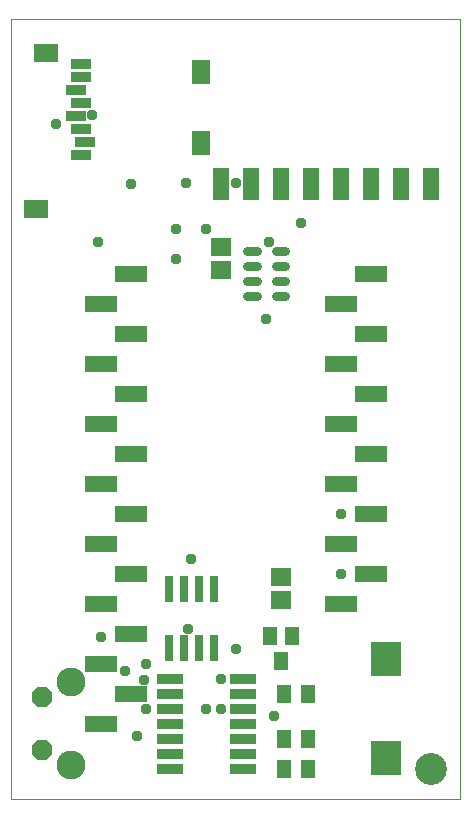
<source format=gts>
G75*
%MOIN*%
%OFA0B0*%
%FSLAX25Y25*%
%IPPOS*%
%LPD*%
%AMOC8*
5,1,8,0,0,1.08239X$1,22.5*
%
%ADD10C,0.00000*%
%ADD11C,0.10643*%
%ADD12R,0.08800X0.03400*%
%ADD13R,0.05131X0.06312*%
%ADD14OC8,0.06800*%
%ADD15C,0.09650*%
%ADD16R,0.08280X0.06312*%
%ADD17R,0.06312X0.07887*%
%ADD18R,0.06706X0.03556*%
%ADD19R,0.04737X0.06312*%
%ADD20R,0.06706X0.05918*%
%ADD21R,0.03000X0.08600*%
%ADD22C,0.02965*%
%ADD23R,0.07099X0.05918*%
%ADD24R,0.10288X0.11469*%
%ADD25R,0.10800X0.05800*%
%ADD26R,0.05800X0.10800*%
%ADD27C,0.03778*%
D10*
X0057595Y0123933D02*
X0057595Y0383776D01*
X0207201Y0383776D01*
X0207201Y0123933D01*
X0057595Y0123933D01*
X0192438Y0133776D02*
X0192440Y0133916D01*
X0192446Y0134056D01*
X0192456Y0134195D01*
X0192470Y0134334D01*
X0192488Y0134473D01*
X0192509Y0134611D01*
X0192535Y0134749D01*
X0192565Y0134886D01*
X0192598Y0135021D01*
X0192636Y0135156D01*
X0192677Y0135290D01*
X0192722Y0135423D01*
X0192770Y0135554D01*
X0192823Y0135683D01*
X0192879Y0135812D01*
X0192938Y0135938D01*
X0193002Y0136063D01*
X0193068Y0136186D01*
X0193139Y0136307D01*
X0193212Y0136426D01*
X0193289Y0136543D01*
X0193370Y0136657D01*
X0193453Y0136769D01*
X0193540Y0136879D01*
X0193630Y0136987D01*
X0193722Y0137091D01*
X0193818Y0137193D01*
X0193917Y0137293D01*
X0194018Y0137389D01*
X0194122Y0137483D01*
X0194229Y0137573D01*
X0194338Y0137660D01*
X0194450Y0137745D01*
X0194564Y0137826D01*
X0194680Y0137904D01*
X0194798Y0137978D01*
X0194919Y0138049D01*
X0195041Y0138117D01*
X0195166Y0138181D01*
X0195292Y0138242D01*
X0195419Y0138299D01*
X0195549Y0138352D01*
X0195680Y0138402D01*
X0195812Y0138447D01*
X0195945Y0138490D01*
X0196080Y0138528D01*
X0196215Y0138562D01*
X0196352Y0138593D01*
X0196489Y0138620D01*
X0196627Y0138642D01*
X0196766Y0138661D01*
X0196905Y0138676D01*
X0197044Y0138687D01*
X0197184Y0138694D01*
X0197324Y0138697D01*
X0197464Y0138696D01*
X0197604Y0138691D01*
X0197743Y0138682D01*
X0197883Y0138669D01*
X0198022Y0138652D01*
X0198160Y0138631D01*
X0198298Y0138607D01*
X0198435Y0138578D01*
X0198571Y0138546D01*
X0198706Y0138509D01*
X0198840Y0138469D01*
X0198973Y0138425D01*
X0199104Y0138377D01*
X0199234Y0138326D01*
X0199363Y0138271D01*
X0199490Y0138212D01*
X0199615Y0138149D01*
X0199738Y0138084D01*
X0199860Y0138014D01*
X0199979Y0137941D01*
X0200097Y0137865D01*
X0200212Y0137786D01*
X0200325Y0137703D01*
X0200435Y0137617D01*
X0200543Y0137528D01*
X0200648Y0137436D01*
X0200751Y0137341D01*
X0200851Y0137243D01*
X0200948Y0137143D01*
X0201042Y0137039D01*
X0201134Y0136933D01*
X0201222Y0136825D01*
X0201307Y0136714D01*
X0201389Y0136600D01*
X0201468Y0136484D01*
X0201543Y0136367D01*
X0201615Y0136247D01*
X0201683Y0136125D01*
X0201748Y0136001D01*
X0201810Y0135875D01*
X0201868Y0135748D01*
X0201922Y0135619D01*
X0201973Y0135488D01*
X0202019Y0135356D01*
X0202062Y0135223D01*
X0202102Y0135089D01*
X0202137Y0134954D01*
X0202169Y0134817D01*
X0202196Y0134680D01*
X0202220Y0134542D01*
X0202240Y0134404D01*
X0202256Y0134265D01*
X0202268Y0134125D01*
X0202276Y0133986D01*
X0202280Y0133846D01*
X0202280Y0133706D01*
X0202276Y0133566D01*
X0202268Y0133427D01*
X0202256Y0133287D01*
X0202240Y0133148D01*
X0202220Y0133010D01*
X0202196Y0132872D01*
X0202169Y0132735D01*
X0202137Y0132598D01*
X0202102Y0132463D01*
X0202062Y0132329D01*
X0202019Y0132196D01*
X0201973Y0132064D01*
X0201922Y0131933D01*
X0201868Y0131804D01*
X0201810Y0131677D01*
X0201748Y0131551D01*
X0201683Y0131427D01*
X0201615Y0131305D01*
X0201543Y0131185D01*
X0201468Y0131068D01*
X0201389Y0130952D01*
X0201307Y0130838D01*
X0201222Y0130727D01*
X0201134Y0130619D01*
X0201042Y0130513D01*
X0200948Y0130409D01*
X0200851Y0130309D01*
X0200751Y0130211D01*
X0200648Y0130116D01*
X0200543Y0130024D01*
X0200435Y0129935D01*
X0200325Y0129849D01*
X0200212Y0129766D01*
X0200097Y0129687D01*
X0199979Y0129611D01*
X0199860Y0129538D01*
X0199738Y0129468D01*
X0199615Y0129403D01*
X0199490Y0129340D01*
X0199363Y0129281D01*
X0199234Y0129226D01*
X0199104Y0129175D01*
X0198973Y0129127D01*
X0198840Y0129083D01*
X0198706Y0129043D01*
X0198571Y0129006D01*
X0198435Y0128974D01*
X0198298Y0128945D01*
X0198160Y0128921D01*
X0198022Y0128900D01*
X0197883Y0128883D01*
X0197743Y0128870D01*
X0197604Y0128861D01*
X0197464Y0128856D01*
X0197324Y0128855D01*
X0197184Y0128858D01*
X0197044Y0128865D01*
X0196905Y0128876D01*
X0196766Y0128891D01*
X0196627Y0128910D01*
X0196489Y0128932D01*
X0196352Y0128959D01*
X0196215Y0128990D01*
X0196080Y0129024D01*
X0195945Y0129062D01*
X0195812Y0129105D01*
X0195680Y0129150D01*
X0195549Y0129200D01*
X0195419Y0129253D01*
X0195292Y0129310D01*
X0195166Y0129371D01*
X0195041Y0129435D01*
X0194919Y0129503D01*
X0194798Y0129574D01*
X0194680Y0129648D01*
X0194564Y0129726D01*
X0194450Y0129807D01*
X0194338Y0129892D01*
X0194229Y0129979D01*
X0194122Y0130069D01*
X0194018Y0130163D01*
X0193917Y0130259D01*
X0193818Y0130359D01*
X0193722Y0130461D01*
X0193630Y0130565D01*
X0193540Y0130673D01*
X0193453Y0130783D01*
X0193370Y0130895D01*
X0193289Y0131009D01*
X0193212Y0131126D01*
X0193139Y0131245D01*
X0193068Y0131366D01*
X0193002Y0131489D01*
X0192938Y0131614D01*
X0192879Y0131740D01*
X0192823Y0131869D01*
X0192770Y0131998D01*
X0192722Y0132129D01*
X0192677Y0132262D01*
X0192636Y0132396D01*
X0192598Y0132531D01*
X0192565Y0132666D01*
X0192535Y0132803D01*
X0192509Y0132941D01*
X0192488Y0133079D01*
X0192470Y0133218D01*
X0192456Y0133357D01*
X0192446Y0133496D01*
X0192440Y0133636D01*
X0192438Y0133776D01*
D11*
X0197359Y0133776D03*
D12*
X0134695Y0133933D03*
X0134695Y0138933D03*
X0134695Y0143933D03*
X0134695Y0148933D03*
X0134695Y0153933D03*
X0134695Y0158933D03*
X0134695Y0163933D03*
X0110495Y0163933D03*
X0110495Y0158933D03*
X0110495Y0153933D03*
X0110495Y0148933D03*
X0110495Y0143933D03*
X0110495Y0138933D03*
X0110495Y0133933D03*
D13*
X0148658Y0133933D03*
X0148658Y0143933D03*
X0156532Y0143933D03*
X0156532Y0133933D03*
X0156532Y0158933D03*
X0148658Y0158933D03*
D14*
X0067695Y0157833D03*
X0067695Y0140033D03*
D15*
X0077495Y0135133D03*
X0077495Y0162733D03*
D16*
X0065745Y0320390D03*
X0069288Y0372358D03*
D17*
X0120863Y0366059D03*
X0120863Y0342437D03*
D18*
X0082280Y0342831D03*
X0080705Y0347161D03*
X0079131Y0351492D03*
X0080705Y0355823D03*
X0079131Y0360154D03*
X0080705Y0364484D03*
X0080705Y0368815D03*
X0080705Y0338500D03*
D19*
X0143855Y0178264D03*
X0147595Y0169602D03*
X0151335Y0178264D03*
D20*
X0147595Y0190193D03*
X0147595Y0197673D03*
D21*
X0125095Y0193633D03*
X0120095Y0193633D03*
X0115095Y0193633D03*
X0110095Y0193633D03*
X0110095Y0174233D03*
X0115095Y0174233D03*
X0120095Y0174233D03*
X0125095Y0174233D03*
D22*
X0136296Y0291551D02*
X0139446Y0291551D01*
X0136296Y0291551D02*
X0136296Y0291551D01*
X0139446Y0291551D01*
X0139446Y0291551D01*
X0139446Y0296472D02*
X0136296Y0296472D01*
X0136296Y0296472D01*
X0139446Y0296472D01*
X0139446Y0296472D01*
X0139446Y0301394D02*
X0136296Y0301394D01*
X0136296Y0301394D01*
X0139446Y0301394D01*
X0139446Y0301394D01*
X0139446Y0306315D02*
X0136296Y0306315D01*
X0136296Y0306315D01*
X0139446Y0306315D01*
X0139446Y0306315D01*
X0145745Y0306315D02*
X0148895Y0306315D01*
X0145745Y0306315D02*
X0145745Y0306315D01*
X0148895Y0306315D01*
X0148895Y0306315D01*
X0148895Y0301394D02*
X0145745Y0301394D01*
X0145745Y0301394D01*
X0148895Y0301394D01*
X0148895Y0301394D01*
X0148895Y0296472D02*
X0145745Y0296472D01*
X0145745Y0296472D01*
X0148895Y0296472D01*
X0148895Y0296472D01*
X0148895Y0291551D02*
X0145745Y0291551D01*
X0145745Y0291551D01*
X0148895Y0291551D01*
X0148895Y0291551D01*
D23*
X0127595Y0299996D03*
X0127595Y0307870D03*
D24*
X0182595Y0170272D03*
X0182595Y0137594D03*
D25*
X0167595Y0188933D03*
X0177595Y0198933D03*
X0167595Y0208933D03*
X0177595Y0218933D03*
X0167595Y0228933D03*
X0177595Y0238933D03*
X0167595Y0248933D03*
X0177595Y0258933D03*
X0167595Y0268933D03*
X0177595Y0278933D03*
X0167595Y0288933D03*
X0177595Y0298933D03*
X0097595Y0298933D03*
X0087595Y0288933D03*
X0097595Y0278933D03*
X0087595Y0268933D03*
X0097595Y0258933D03*
X0087595Y0248933D03*
X0097595Y0238933D03*
X0087595Y0228933D03*
X0097595Y0218933D03*
X0087595Y0208933D03*
X0097595Y0198933D03*
X0087595Y0188933D03*
X0097595Y0178933D03*
X0087595Y0168933D03*
X0097595Y0158933D03*
X0087595Y0148933D03*
D26*
X0127595Y0328933D03*
X0137595Y0328933D03*
X0147595Y0328933D03*
X0157595Y0328933D03*
X0167595Y0328933D03*
X0177595Y0328933D03*
X0187595Y0328933D03*
X0197595Y0328933D03*
D27*
X0154195Y0315933D03*
X0143395Y0309333D03*
X0132395Y0329133D03*
X0122595Y0313933D03*
X0115795Y0329133D03*
X0112595Y0313933D03*
X0112595Y0303933D03*
X0097595Y0328933D03*
X0086395Y0309333D03*
X0072595Y0348933D03*
X0084595Y0351733D03*
X0142595Y0283933D03*
X0167595Y0218933D03*
X0167595Y0198933D03*
X0145195Y0151533D03*
X0132595Y0173933D03*
X0127595Y0163933D03*
X0127595Y0153933D03*
X0122595Y0153933D03*
X0116395Y0180333D03*
X0102595Y0168933D03*
X0101995Y0163533D03*
X0095395Y0166533D03*
X0087595Y0177933D03*
X0102595Y0153933D03*
X0099395Y0144933D03*
X0117595Y0203933D03*
M02*

</source>
